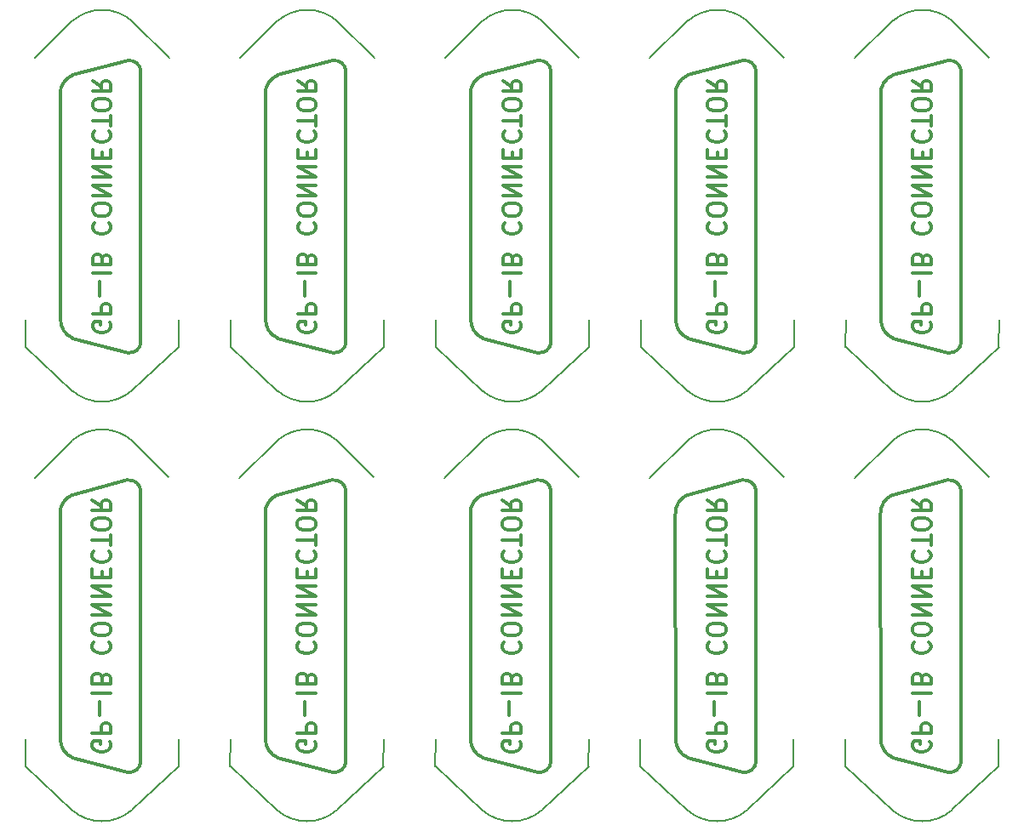
<source format=gbr>
%TF.GenerationSoftware,KiCad,Pcbnew,6.0.3-a3aad9c10e~116~ubuntu20.04.1*%
%TF.CreationDate,2022-03-20T15:04:53+01:00*%
%TF.ProjectId,10xPro_Micro_GPIB,31307850-726f-45f4-9d69-63726f5f4750,rev?*%
%TF.SameCoordinates,Original*%
%TF.FileFunction,Legend,Bot*%
%TF.FilePolarity,Positive*%
%FSLAX46Y46*%
G04 Gerber Fmt 4.6, Leading zero omitted, Abs format (unit mm)*
G04 Created by KiCad (PCBNEW 6.0.3-a3aad9c10e~116~ubuntu20.04.1) date 2022-03-20 15:04:53*
%MOMM*%
%LPD*%
G01*
G04 APERTURE LIST*
%ADD10C,0.150000*%
%ADD11C,0.300000*%
G04 APERTURE END LIST*
D10*
X60450136Y-143250225D02*
G75*
G03*
X66322383Y-143232700I2925864J3446525D01*
G01*
X132195983Y-138838500D02*
X127547783Y-143220000D01*
X91389268Y-138860732D02*
X91396228Y-136163532D01*
X116961961Y-97126132D02*
X116968921Y-94428932D01*
X111801961Y-97100732D02*
X111808921Y-94403532D01*
X86760495Y-64647278D02*
G75*
G03*
X80888216Y-64629760I-2946395J-3429022D01*
G01*
X152589268Y-138860732D02*
X152596228Y-136163532D01*
X55749268Y-138886132D02*
X55756228Y-136188932D01*
X132189268Y-138860732D02*
X132196228Y-136163532D01*
X56690936Y-68371140D02*
X60480376Y-64634600D01*
X116949268Y-138886132D02*
X116956228Y-136188932D01*
X55761961Y-97126132D02*
X55768921Y-94428932D01*
X80862835Y-101490218D02*
G75*
G03*
X86735076Y-101472700I2925865J3446518D01*
G01*
X101250136Y-143250225D02*
G75*
G03*
X107122383Y-143232700I2925864J3446525D01*
G01*
X116968676Y-97103900D02*
X121654976Y-101485400D01*
X142062835Y-101490218D02*
G75*
G03*
X147935076Y-101472700I2925865J3446518D01*
G01*
X131248243Y-110081140D02*
X127560483Y-106420000D01*
X76155983Y-138863900D02*
X80842283Y-143245400D01*
X127547796Y-106407285D02*
G75*
G03*
X121675523Y-106389760I-2946396J-3429015D01*
G01*
X55755983Y-138863900D02*
X60442283Y-143245400D01*
X91401961Y-97100732D02*
X91408921Y-94403532D01*
X70989268Y-138860732D02*
X70996228Y-136163532D01*
X138290936Y-68371140D02*
X142080376Y-64634600D01*
X96568676Y-97103900D02*
X101254976Y-101485400D01*
X117878243Y-110131140D02*
X121667683Y-106394600D01*
X151660936Y-68321140D02*
X147973176Y-64660000D01*
X86747796Y-106407285D02*
G75*
G03*
X80875523Y-106389760I-2946396J-3429015D01*
G01*
X77078243Y-110131140D02*
X80867683Y-106394600D01*
X111795983Y-138838500D02*
X107147783Y-143220000D01*
X152601961Y-97100732D02*
X152608921Y-94403532D01*
X96561961Y-97126132D02*
X96568921Y-94428932D01*
X121662835Y-101490218D02*
G75*
G03*
X127535076Y-101472700I2925865J3446518D01*
G01*
X138278243Y-110131140D02*
X142067683Y-106394600D01*
X131260936Y-68321140D02*
X127573176Y-64660000D01*
X90460936Y-68321140D02*
X86773176Y-64660000D01*
X96555983Y-138863900D02*
X101242283Y-143245400D01*
X121650136Y-143250225D02*
G75*
G03*
X127522383Y-143232700I2925864J3446525D01*
G01*
X127560495Y-64647278D02*
G75*
G03*
X121688216Y-64629760I-2946395J-3429022D01*
G01*
X76161961Y-97126132D02*
X76168921Y-94428932D01*
X107160495Y-64647278D02*
G75*
G03*
X101288216Y-64629760I-2946395J-3429022D01*
G01*
X76168676Y-97103900D02*
X80854976Y-101485400D01*
X142050136Y-143250225D02*
G75*
G03*
X147922383Y-143232700I2925864J3446525D01*
G01*
X91408676Y-97078500D02*
X86760476Y-101460000D01*
X137355983Y-138863900D02*
X142042283Y-143245400D01*
X132201961Y-97100732D02*
X132208921Y-94403532D01*
X97478243Y-110131140D02*
X101267683Y-106394600D01*
X55768676Y-97103900D02*
X60454976Y-101485400D01*
X66360495Y-64647278D02*
G75*
G03*
X60488216Y-64629760I-2946395J-3429022D01*
G01*
X76149268Y-138886132D02*
X76156228Y-136188932D01*
X147947796Y-106407285D02*
G75*
G03*
X142075523Y-106389760I-2946396J-3429015D01*
G01*
X107147796Y-106407285D02*
G75*
G03*
X101275523Y-106389760I-2946396J-3429015D01*
G01*
X137349268Y-138886132D02*
X137356228Y-136188932D01*
X91395983Y-138838500D02*
X86747783Y-143220000D01*
X101262835Y-101490218D02*
G75*
G03*
X107135076Y-101472700I2925865J3446518D01*
G01*
X110860936Y-68321140D02*
X107173176Y-64660000D01*
X56678243Y-110131140D02*
X60467683Y-106394600D01*
X90448243Y-110081140D02*
X86760483Y-106420000D01*
X137368676Y-97103900D02*
X142054976Y-101485400D01*
X137361961Y-97126132D02*
X137368921Y-94428932D01*
X80850136Y-143250225D02*
G75*
G03*
X86722383Y-143232700I2925864J3446525D01*
G01*
X117890936Y-68371140D02*
X121680376Y-64634600D01*
X70995983Y-138838500D02*
X66347783Y-143220000D01*
X70048243Y-110081140D02*
X66360483Y-106420000D01*
X151648243Y-110081140D02*
X147960483Y-106420000D01*
X111789268Y-138860732D02*
X111796228Y-136163532D01*
X71001961Y-97100732D02*
X71008921Y-94403532D01*
X111808676Y-97078500D02*
X107160476Y-101460000D01*
X132208676Y-97078500D02*
X127560476Y-101460000D01*
X152608676Y-97078500D02*
X147960476Y-101460000D01*
X116955983Y-138863900D02*
X121642283Y-143245400D01*
X152595983Y-138838500D02*
X147947783Y-143220000D01*
X110848243Y-110081140D02*
X107160483Y-106420000D01*
X96549268Y-138886132D02*
X96556228Y-136188932D01*
X97490936Y-68371140D02*
X101280376Y-64634600D01*
X71008676Y-97078500D02*
X66360476Y-101460000D01*
X66347796Y-106407285D02*
G75*
G03*
X60475523Y-106389760I-2946396J-3429015D01*
G01*
X60462835Y-101490218D02*
G75*
G03*
X66335076Y-101472700I2925865J3446518D01*
G01*
X70060936Y-68321140D02*
X66373176Y-64660000D01*
X77090936Y-68371140D02*
X80880376Y-64634600D01*
X147960495Y-64647278D02*
G75*
G03*
X142088216Y-64629760I-2946395J-3429022D01*
G01*
D11*
%TO.C,J1*%
X104959076Y-94668571D02*
X105044790Y-94840000D01*
X105044790Y-95097142D01*
X104959076Y-95354285D01*
X104787647Y-95525714D01*
X104616218Y-95611428D01*
X104273361Y-95697142D01*
X104016218Y-95697142D01*
X103673361Y-95611428D01*
X103501933Y-95525714D01*
X103330504Y-95354285D01*
X103244790Y-95097142D01*
X103244790Y-94925714D01*
X103330504Y-94668571D01*
X103416218Y-94582857D01*
X104016218Y-94582857D01*
X104016218Y-94925714D01*
X103244790Y-93811428D02*
X105044790Y-93811428D01*
X105044790Y-93125714D01*
X104959076Y-92954285D01*
X104873361Y-92868571D01*
X104701933Y-92782857D01*
X104444790Y-92782857D01*
X104273361Y-92868571D01*
X104187647Y-92954285D01*
X104101933Y-93125714D01*
X104101933Y-93811428D01*
X103930504Y-92011428D02*
X103930504Y-90640000D01*
X103244790Y-89782857D02*
X105044790Y-89782857D01*
X104187647Y-88325714D02*
X104101933Y-88068571D01*
X104016218Y-87982857D01*
X103844790Y-87897142D01*
X103587647Y-87897142D01*
X103416218Y-87982857D01*
X103330504Y-88068571D01*
X103244790Y-88240000D01*
X103244790Y-88925714D01*
X105044790Y-88925714D01*
X105044790Y-88325714D01*
X104959076Y-88154285D01*
X104873361Y-88068571D01*
X104701933Y-87982857D01*
X104530504Y-87982857D01*
X104359076Y-88068571D01*
X104273361Y-88154285D01*
X104187647Y-88325714D01*
X104187647Y-88925714D01*
X103416218Y-84725714D02*
X103330504Y-84811428D01*
X103244790Y-85068571D01*
X103244790Y-85240000D01*
X103330504Y-85497142D01*
X103501933Y-85668571D01*
X103673361Y-85754285D01*
X104016218Y-85840000D01*
X104273361Y-85840000D01*
X104616218Y-85754285D01*
X104787647Y-85668571D01*
X104959076Y-85497142D01*
X105044790Y-85240000D01*
X105044790Y-85068571D01*
X104959076Y-84811428D01*
X104873361Y-84725714D01*
X105044790Y-83611428D02*
X105044790Y-83268571D01*
X104959076Y-83097142D01*
X104787647Y-82925714D01*
X104444790Y-82840000D01*
X103844790Y-82840000D01*
X103501933Y-82925714D01*
X103330504Y-83097142D01*
X103244790Y-83268571D01*
X103244790Y-83611428D01*
X103330504Y-83782857D01*
X103501933Y-83954285D01*
X103844790Y-84040000D01*
X104444790Y-84040000D01*
X104787647Y-83954285D01*
X104959076Y-83782857D01*
X105044790Y-83611428D01*
X103244790Y-82068571D02*
X105044790Y-82068571D01*
X103244790Y-81040000D01*
X105044790Y-81040000D01*
X103244790Y-80182857D02*
X105044790Y-80182857D01*
X103244790Y-79154285D01*
X105044790Y-79154285D01*
X104187647Y-78297142D02*
X104187647Y-77697142D01*
X103244790Y-77440000D02*
X103244790Y-78297142D01*
X105044790Y-78297142D01*
X105044790Y-77440000D01*
X103416218Y-75640000D02*
X103330504Y-75725714D01*
X103244790Y-75982857D01*
X103244790Y-76154285D01*
X103330504Y-76411428D01*
X103501933Y-76582857D01*
X103673361Y-76668571D01*
X104016218Y-76754285D01*
X104273361Y-76754285D01*
X104616218Y-76668571D01*
X104787647Y-76582857D01*
X104959076Y-76411428D01*
X105044790Y-76154285D01*
X105044790Y-75982857D01*
X104959076Y-75725714D01*
X104873361Y-75640000D01*
X105044790Y-75125714D02*
X105044790Y-74097142D01*
X103244790Y-74611428D02*
X105044790Y-74611428D01*
X105044790Y-73154285D02*
X105044790Y-72811428D01*
X104959076Y-72640000D01*
X104787647Y-72468571D01*
X104444790Y-72382857D01*
X103844790Y-72382857D01*
X103501933Y-72468571D01*
X103330504Y-72640000D01*
X103244790Y-72811428D01*
X103244790Y-73154285D01*
X103330504Y-73325714D01*
X103501933Y-73497142D01*
X103844790Y-73582857D01*
X104444790Y-73582857D01*
X104787647Y-73497142D01*
X104959076Y-73325714D01*
X105044790Y-73154285D01*
X103244790Y-70582857D02*
X104101933Y-71182857D01*
X103244790Y-71611428D02*
X105044790Y-71611428D01*
X105044790Y-70925714D01*
X104959076Y-70754285D01*
X104873361Y-70668571D01*
X104701933Y-70582857D01*
X104444790Y-70582857D01*
X104273361Y-70668571D01*
X104187647Y-70754285D01*
X104101933Y-70925714D01*
X104101933Y-71611428D01*
X64146383Y-136428571D02*
X64232097Y-136600000D01*
X64232097Y-136857142D01*
X64146383Y-137114285D01*
X63974954Y-137285714D01*
X63803525Y-137371428D01*
X63460668Y-137457142D01*
X63203525Y-137457142D01*
X62860668Y-137371428D01*
X62689240Y-137285714D01*
X62517811Y-137114285D01*
X62432097Y-136857142D01*
X62432097Y-136685714D01*
X62517811Y-136428571D01*
X62603525Y-136342857D01*
X63203525Y-136342857D01*
X63203525Y-136685714D01*
X62432097Y-135571428D02*
X64232097Y-135571428D01*
X64232097Y-134885714D01*
X64146383Y-134714285D01*
X64060668Y-134628571D01*
X63889240Y-134542857D01*
X63632097Y-134542857D01*
X63460668Y-134628571D01*
X63374954Y-134714285D01*
X63289240Y-134885714D01*
X63289240Y-135571428D01*
X63117811Y-133771428D02*
X63117811Y-132400000D01*
X62432097Y-131542857D02*
X64232097Y-131542857D01*
X63374954Y-130085714D02*
X63289240Y-129828571D01*
X63203525Y-129742857D01*
X63032097Y-129657142D01*
X62774954Y-129657142D01*
X62603525Y-129742857D01*
X62517811Y-129828571D01*
X62432097Y-130000000D01*
X62432097Y-130685714D01*
X64232097Y-130685714D01*
X64232097Y-130085714D01*
X64146383Y-129914285D01*
X64060668Y-129828571D01*
X63889240Y-129742857D01*
X63717811Y-129742857D01*
X63546383Y-129828571D01*
X63460668Y-129914285D01*
X63374954Y-130085714D01*
X63374954Y-130685714D01*
X62603525Y-126485714D02*
X62517811Y-126571428D01*
X62432097Y-126828571D01*
X62432097Y-127000000D01*
X62517811Y-127257142D01*
X62689240Y-127428571D01*
X62860668Y-127514285D01*
X63203525Y-127600000D01*
X63460668Y-127600000D01*
X63803525Y-127514285D01*
X63974954Y-127428571D01*
X64146383Y-127257142D01*
X64232097Y-127000000D01*
X64232097Y-126828571D01*
X64146383Y-126571428D01*
X64060668Y-126485714D01*
X64232097Y-125371428D02*
X64232097Y-125028571D01*
X64146383Y-124857142D01*
X63974954Y-124685714D01*
X63632097Y-124600000D01*
X63032097Y-124600000D01*
X62689240Y-124685714D01*
X62517811Y-124857142D01*
X62432097Y-125028571D01*
X62432097Y-125371428D01*
X62517811Y-125542857D01*
X62689240Y-125714285D01*
X63032097Y-125800000D01*
X63632097Y-125800000D01*
X63974954Y-125714285D01*
X64146383Y-125542857D01*
X64232097Y-125371428D01*
X62432097Y-123828571D02*
X64232097Y-123828571D01*
X62432097Y-122800000D01*
X64232097Y-122800000D01*
X62432097Y-121942857D02*
X64232097Y-121942857D01*
X62432097Y-120914285D01*
X64232097Y-120914285D01*
X63374954Y-120057142D02*
X63374954Y-119457142D01*
X62432097Y-119200000D02*
X62432097Y-120057142D01*
X64232097Y-120057142D01*
X64232097Y-119200000D01*
X62603525Y-117400000D02*
X62517811Y-117485714D01*
X62432097Y-117742857D01*
X62432097Y-117914285D01*
X62517811Y-118171428D01*
X62689240Y-118342857D01*
X62860668Y-118428571D01*
X63203525Y-118514285D01*
X63460668Y-118514285D01*
X63803525Y-118428571D01*
X63974954Y-118342857D01*
X64146383Y-118171428D01*
X64232097Y-117914285D01*
X64232097Y-117742857D01*
X64146383Y-117485714D01*
X64060668Y-117400000D01*
X64232097Y-116885714D02*
X64232097Y-115857142D01*
X62432097Y-116371428D02*
X64232097Y-116371428D01*
X64232097Y-114914285D02*
X64232097Y-114571428D01*
X64146383Y-114400000D01*
X63974954Y-114228571D01*
X63632097Y-114142857D01*
X63032097Y-114142857D01*
X62689240Y-114228571D01*
X62517811Y-114400000D01*
X62432097Y-114571428D01*
X62432097Y-114914285D01*
X62517811Y-115085714D01*
X62689240Y-115257142D01*
X63032097Y-115342857D01*
X63632097Y-115342857D01*
X63974954Y-115257142D01*
X64146383Y-115085714D01*
X64232097Y-114914285D01*
X62432097Y-112342857D02*
X63289240Y-112942857D01*
X62432097Y-113371428D02*
X64232097Y-113371428D01*
X64232097Y-112685714D01*
X64146383Y-112514285D01*
X64060668Y-112428571D01*
X63889240Y-112342857D01*
X63632097Y-112342857D01*
X63460668Y-112428571D01*
X63374954Y-112514285D01*
X63289240Y-112685714D01*
X63289240Y-113371428D01*
X145759076Y-94668571D02*
X145844790Y-94840000D01*
X145844790Y-95097142D01*
X145759076Y-95354285D01*
X145587647Y-95525714D01*
X145416218Y-95611428D01*
X145073361Y-95697142D01*
X144816218Y-95697142D01*
X144473361Y-95611428D01*
X144301933Y-95525714D01*
X144130504Y-95354285D01*
X144044790Y-95097142D01*
X144044790Y-94925714D01*
X144130504Y-94668571D01*
X144216218Y-94582857D01*
X144816218Y-94582857D01*
X144816218Y-94925714D01*
X144044790Y-93811428D02*
X145844790Y-93811428D01*
X145844790Y-93125714D01*
X145759076Y-92954285D01*
X145673361Y-92868571D01*
X145501933Y-92782857D01*
X145244790Y-92782857D01*
X145073361Y-92868571D01*
X144987647Y-92954285D01*
X144901933Y-93125714D01*
X144901933Y-93811428D01*
X144730504Y-92011428D02*
X144730504Y-90640000D01*
X144044790Y-89782857D02*
X145844790Y-89782857D01*
X144987647Y-88325714D02*
X144901933Y-88068571D01*
X144816218Y-87982857D01*
X144644790Y-87897142D01*
X144387647Y-87897142D01*
X144216218Y-87982857D01*
X144130504Y-88068571D01*
X144044790Y-88240000D01*
X144044790Y-88925714D01*
X145844790Y-88925714D01*
X145844790Y-88325714D01*
X145759076Y-88154285D01*
X145673361Y-88068571D01*
X145501933Y-87982857D01*
X145330504Y-87982857D01*
X145159076Y-88068571D01*
X145073361Y-88154285D01*
X144987647Y-88325714D01*
X144987647Y-88925714D01*
X144216218Y-84725714D02*
X144130504Y-84811428D01*
X144044790Y-85068571D01*
X144044790Y-85240000D01*
X144130504Y-85497142D01*
X144301933Y-85668571D01*
X144473361Y-85754285D01*
X144816218Y-85840000D01*
X145073361Y-85840000D01*
X145416218Y-85754285D01*
X145587647Y-85668571D01*
X145759076Y-85497142D01*
X145844790Y-85240000D01*
X145844790Y-85068571D01*
X145759076Y-84811428D01*
X145673361Y-84725714D01*
X145844790Y-83611428D02*
X145844790Y-83268571D01*
X145759076Y-83097142D01*
X145587647Y-82925714D01*
X145244790Y-82840000D01*
X144644790Y-82840000D01*
X144301933Y-82925714D01*
X144130504Y-83097142D01*
X144044790Y-83268571D01*
X144044790Y-83611428D01*
X144130504Y-83782857D01*
X144301933Y-83954285D01*
X144644790Y-84040000D01*
X145244790Y-84040000D01*
X145587647Y-83954285D01*
X145759076Y-83782857D01*
X145844790Y-83611428D01*
X144044790Y-82068571D02*
X145844790Y-82068571D01*
X144044790Y-81040000D01*
X145844790Y-81040000D01*
X144044790Y-80182857D02*
X145844790Y-80182857D01*
X144044790Y-79154285D01*
X145844790Y-79154285D01*
X144987647Y-78297142D02*
X144987647Y-77697142D01*
X144044790Y-77440000D02*
X144044790Y-78297142D01*
X145844790Y-78297142D01*
X145844790Y-77440000D01*
X144216218Y-75640000D02*
X144130504Y-75725714D01*
X144044790Y-75982857D01*
X144044790Y-76154285D01*
X144130504Y-76411428D01*
X144301933Y-76582857D01*
X144473361Y-76668571D01*
X144816218Y-76754285D01*
X145073361Y-76754285D01*
X145416218Y-76668571D01*
X145587647Y-76582857D01*
X145759076Y-76411428D01*
X145844790Y-76154285D01*
X145844790Y-75982857D01*
X145759076Y-75725714D01*
X145673361Y-75640000D01*
X145844790Y-75125714D02*
X145844790Y-74097142D01*
X144044790Y-74611428D02*
X145844790Y-74611428D01*
X145844790Y-73154285D02*
X145844790Y-72811428D01*
X145759076Y-72640000D01*
X145587647Y-72468571D01*
X145244790Y-72382857D01*
X144644790Y-72382857D01*
X144301933Y-72468571D01*
X144130504Y-72640000D01*
X144044790Y-72811428D01*
X144044790Y-73154285D01*
X144130504Y-73325714D01*
X144301933Y-73497142D01*
X144644790Y-73582857D01*
X145244790Y-73582857D01*
X145587647Y-73497142D01*
X145759076Y-73325714D01*
X145844790Y-73154285D01*
X144044790Y-70582857D02*
X144901933Y-71182857D01*
X144044790Y-71611428D02*
X145844790Y-71611428D01*
X145844790Y-70925714D01*
X145759076Y-70754285D01*
X145673361Y-70668571D01*
X145501933Y-70582857D01*
X145244790Y-70582857D01*
X145073361Y-70668571D01*
X144987647Y-70754285D01*
X144901933Y-70925714D01*
X144901933Y-71611428D01*
X84559076Y-94668571D02*
X84644790Y-94840000D01*
X84644790Y-95097142D01*
X84559076Y-95354285D01*
X84387647Y-95525714D01*
X84216218Y-95611428D01*
X83873361Y-95697142D01*
X83616218Y-95697142D01*
X83273361Y-95611428D01*
X83101933Y-95525714D01*
X82930504Y-95354285D01*
X82844790Y-95097142D01*
X82844790Y-94925714D01*
X82930504Y-94668571D01*
X83016218Y-94582857D01*
X83616218Y-94582857D01*
X83616218Y-94925714D01*
X82844790Y-93811428D02*
X84644790Y-93811428D01*
X84644790Y-93125714D01*
X84559076Y-92954285D01*
X84473361Y-92868571D01*
X84301933Y-92782857D01*
X84044790Y-92782857D01*
X83873361Y-92868571D01*
X83787647Y-92954285D01*
X83701933Y-93125714D01*
X83701933Y-93811428D01*
X83530504Y-92011428D02*
X83530504Y-90640000D01*
X82844790Y-89782857D02*
X84644790Y-89782857D01*
X83787647Y-88325714D02*
X83701933Y-88068571D01*
X83616218Y-87982857D01*
X83444790Y-87897142D01*
X83187647Y-87897142D01*
X83016218Y-87982857D01*
X82930504Y-88068571D01*
X82844790Y-88240000D01*
X82844790Y-88925714D01*
X84644790Y-88925714D01*
X84644790Y-88325714D01*
X84559076Y-88154285D01*
X84473361Y-88068571D01*
X84301933Y-87982857D01*
X84130504Y-87982857D01*
X83959076Y-88068571D01*
X83873361Y-88154285D01*
X83787647Y-88325714D01*
X83787647Y-88925714D01*
X83016218Y-84725714D02*
X82930504Y-84811428D01*
X82844790Y-85068571D01*
X82844790Y-85240000D01*
X82930504Y-85497142D01*
X83101933Y-85668571D01*
X83273361Y-85754285D01*
X83616218Y-85840000D01*
X83873361Y-85840000D01*
X84216218Y-85754285D01*
X84387647Y-85668571D01*
X84559076Y-85497142D01*
X84644790Y-85240000D01*
X84644790Y-85068571D01*
X84559076Y-84811428D01*
X84473361Y-84725714D01*
X84644790Y-83611428D02*
X84644790Y-83268571D01*
X84559076Y-83097142D01*
X84387647Y-82925714D01*
X84044790Y-82840000D01*
X83444790Y-82840000D01*
X83101933Y-82925714D01*
X82930504Y-83097142D01*
X82844790Y-83268571D01*
X82844790Y-83611428D01*
X82930504Y-83782857D01*
X83101933Y-83954285D01*
X83444790Y-84040000D01*
X84044790Y-84040000D01*
X84387647Y-83954285D01*
X84559076Y-83782857D01*
X84644790Y-83611428D01*
X82844790Y-82068571D02*
X84644790Y-82068571D01*
X82844790Y-81040000D01*
X84644790Y-81040000D01*
X82844790Y-80182857D02*
X84644790Y-80182857D01*
X82844790Y-79154285D01*
X84644790Y-79154285D01*
X83787647Y-78297142D02*
X83787647Y-77697142D01*
X82844790Y-77440000D02*
X82844790Y-78297142D01*
X84644790Y-78297142D01*
X84644790Y-77440000D01*
X83016218Y-75640000D02*
X82930504Y-75725714D01*
X82844790Y-75982857D01*
X82844790Y-76154285D01*
X82930504Y-76411428D01*
X83101933Y-76582857D01*
X83273361Y-76668571D01*
X83616218Y-76754285D01*
X83873361Y-76754285D01*
X84216218Y-76668571D01*
X84387647Y-76582857D01*
X84559076Y-76411428D01*
X84644790Y-76154285D01*
X84644790Y-75982857D01*
X84559076Y-75725714D01*
X84473361Y-75640000D01*
X84644790Y-75125714D02*
X84644790Y-74097142D01*
X82844790Y-74611428D02*
X84644790Y-74611428D01*
X84644790Y-73154285D02*
X84644790Y-72811428D01*
X84559076Y-72640000D01*
X84387647Y-72468571D01*
X84044790Y-72382857D01*
X83444790Y-72382857D01*
X83101933Y-72468571D01*
X82930504Y-72640000D01*
X82844790Y-72811428D01*
X82844790Y-73154285D01*
X82930504Y-73325714D01*
X83101933Y-73497142D01*
X83444790Y-73582857D01*
X84044790Y-73582857D01*
X84387647Y-73497142D01*
X84559076Y-73325714D01*
X84644790Y-73154285D01*
X82844790Y-70582857D02*
X83701933Y-71182857D01*
X82844790Y-71611428D02*
X84644790Y-71611428D01*
X84644790Y-70925714D01*
X84559076Y-70754285D01*
X84473361Y-70668571D01*
X84301933Y-70582857D01*
X84044790Y-70582857D01*
X83873361Y-70668571D01*
X83787647Y-70754285D01*
X83701933Y-70925714D01*
X83701933Y-71611428D01*
X104946383Y-136428571D02*
X105032097Y-136600000D01*
X105032097Y-136857142D01*
X104946383Y-137114285D01*
X104774954Y-137285714D01*
X104603525Y-137371428D01*
X104260668Y-137457142D01*
X104003525Y-137457142D01*
X103660668Y-137371428D01*
X103489240Y-137285714D01*
X103317811Y-137114285D01*
X103232097Y-136857142D01*
X103232097Y-136685714D01*
X103317811Y-136428571D01*
X103403525Y-136342857D01*
X104003525Y-136342857D01*
X104003525Y-136685714D01*
X103232097Y-135571428D02*
X105032097Y-135571428D01*
X105032097Y-134885714D01*
X104946383Y-134714285D01*
X104860668Y-134628571D01*
X104689240Y-134542857D01*
X104432097Y-134542857D01*
X104260668Y-134628571D01*
X104174954Y-134714285D01*
X104089240Y-134885714D01*
X104089240Y-135571428D01*
X103917811Y-133771428D02*
X103917811Y-132400000D01*
X103232097Y-131542857D02*
X105032097Y-131542857D01*
X104174954Y-130085714D02*
X104089240Y-129828571D01*
X104003525Y-129742857D01*
X103832097Y-129657142D01*
X103574954Y-129657142D01*
X103403525Y-129742857D01*
X103317811Y-129828571D01*
X103232097Y-130000000D01*
X103232097Y-130685714D01*
X105032097Y-130685714D01*
X105032097Y-130085714D01*
X104946383Y-129914285D01*
X104860668Y-129828571D01*
X104689240Y-129742857D01*
X104517811Y-129742857D01*
X104346383Y-129828571D01*
X104260668Y-129914285D01*
X104174954Y-130085714D01*
X104174954Y-130685714D01*
X103403525Y-126485714D02*
X103317811Y-126571428D01*
X103232097Y-126828571D01*
X103232097Y-127000000D01*
X103317811Y-127257142D01*
X103489240Y-127428571D01*
X103660668Y-127514285D01*
X104003525Y-127600000D01*
X104260668Y-127600000D01*
X104603525Y-127514285D01*
X104774954Y-127428571D01*
X104946383Y-127257142D01*
X105032097Y-127000000D01*
X105032097Y-126828571D01*
X104946383Y-126571428D01*
X104860668Y-126485714D01*
X105032097Y-125371428D02*
X105032097Y-125028571D01*
X104946383Y-124857142D01*
X104774954Y-124685714D01*
X104432097Y-124600000D01*
X103832097Y-124600000D01*
X103489240Y-124685714D01*
X103317811Y-124857142D01*
X103232097Y-125028571D01*
X103232097Y-125371428D01*
X103317811Y-125542857D01*
X103489240Y-125714285D01*
X103832097Y-125800000D01*
X104432097Y-125800000D01*
X104774954Y-125714285D01*
X104946383Y-125542857D01*
X105032097Y-125371428D01*
X103232097Y-123828571D02*
X105032097Y-123828571D01*
X103232097Y-122800000D01*
X105032097Y-122800000D01*
X103232097Y-121942857D02*
X105032097Y-121942857D01*
X103232097Y-120914285D01*
X105032097Y-120914285D01*
X104174954Y-120057142D02*
X104174954Y-119457142D01*
X103232097Y-119200000D02*
X103232097Y-120057142D01*
X105032097Y-120057142D01*
X105032097Y-119200000D01*
X103403525Y-117400000D02*
X103317811Y-117485714D01*
X103232097Y-117742857D01*
X103232097Y-117914285D01*
X103317811Y-118171428D01*
X103489240Y-118342857D01*
X103660668Y-118428571D01*
X104003525Y-118514285D01*
X104260668Y-118514285D01*
X104603525Y-118428571D01*
X104774954Y-118342857D01*
X104946383Y-118171428D01*
X105032097Y-117914285D01*
X105032097Y-117742857D01*
X104946383Y-117485714D01*
X104860668Y-117400000D01*
X105032097Y-116885714D02*
X105032097Y-115857142D01*
X103232097Y-116371428D02*
X105032097Y-116371428D01*
X105032097Y-114914285D02*
X105032097Y-114571428D01*
X104946383Y-114400000D01*
X104774954Y-114228571D01*
X104432097Y-114142857D01*
X103832097Y-114142857D01*
X103489240Y-114228571D01*
X103317811Y-114400000D01*
X103232097Y-114571428D01*
X103232097Y-114914285D01*
X103317811Y-115085714D01*
X103489240Y-115257142D01*
X103832097Y-115342857D01*
X104432097Y-115342857D01*
X104774954Y-115257142D01*
X104946383Y-115085714D01*
X105032097Y-114914285D01*
X103232097Y-112342857D02*
X104089240Y-112942857D01*
X103232097Y-113371428D02*
X105032097Y-113371428D01*
X105032097Y-112685714D01*
X104946383Y-112514285D01*
X104860668Y-112428571D01*
X104689240Y-112342857D01*
X104432097Y-112342857D01*
X104260668Y-112428571D01*
X104174954Y-112514285D01*
X104089240Y-112685714D01*
X104089240Y-113371428D01*
X64159076Y-94668571D02*
X64244790Y-94840000D01*
X64244790Y-95097142D01*
X64159076Y-95354285D01*
X63987647Y-95525714D01*
X63816218Y-95611428D01*
X63473361Y-95697142D01*
X63216218Y-95697142D01*
X62873361Y-95611428D01*
X62701933Y-95525714D01*
X62530504Y-95354285D01*
X62444790Y-95097142D01*
X62444790Y-94925714D01*
X62530504Y-94668571D01*
X62616218Y-94582857D01*
X63216218Y-94582857D01*
X63216218Y-94925714D01*
X62444790Y-93811428D02*
X64244790Y-93811428D01*
X64244790Y-93125714D01*
X64159076Y-92954285D01*
X64073361Y-92868571D01*
X63901933Y-92782857D01*
X63644790Y-92782857D01*
X63473361Y-92868571D01*
X63387647Y-92954285D01*
X63301933Y-93125714D01*
X63301933Y-93811428D01*
X63130504Y-92011428D02*
X63130504Y-90640000D01*
X62444790Y-89782857D02*
X64244790Y-89782857D01*
X63387647Y-88325714D02*
X63301933Y-88068571D01*
X63216218Y-87982857D01*
X63044790Y-87897142D01*
X62787647Y-87897142D01*
X62616218Y-87982857D01*
X62530504Y-88068571D01*
X62444790Y-88240000D01*
X62444790Y-88925714D01*
X64244790Y-88925714D01*
X64244790Y-88325714D01*
X64159076Y-88154285D01*
X64073361Y-88068571D01*
X63901933Y-87982857D01*
X63730504Y-87982857D01*
X63559076Y-88068571D01*
X63473361Y-88154285D01*
X63387647Y-88325714D01*
X63387647Y-88925714D01*
X62616218Y-84725714D02*
X62530504Y-84811428D01*
X62444790Y-85068571D01*
X62444790Y-85240000D01*
X62530504Y-85497142D01*
X62701933Y-85668571D01*
X62873361Y-85754285D01*
X63216218Y-85840000D01*
X63473361Y-85840000D01*
X63816218Y-85754285D01*
X63987647Y-85668571D01*
X64159076Y-85497142D01*
X64244790Y-85240000D01*
X64244790Y-85068571D01*
X64159076Y-84811428D01*
X64073361Y-84725714D01*
X64244790Y-83611428D02*
X64244790Y-83268571D01*
X64159076Y-83097142D01*
X63987647Y-82925714D01*
X63644790Y-82840000D01*
X63044790Y-82840000D01*
X62701933Y-82925714D01*
X62530504Y-83097142D01*
X62444790Y-83268571D01*
X62444790Y-83611428D01*
X62530504Y-83782857D01*
X62701933Y-83954285D01*
X63044790Y-84040000D01*
X63644790Y-84040000D01*
X63987647Y-83954285D01*
X64159076Y-83782857D01*
X64244790Y-83611428D01*
X62444790Y-82068571D02*
X64244790Y-82068571D01*
X62444790Y-81040000D01*
X64244790Y-81040000D01*
X62444790Y-80182857D02*
X64244790Y-80182857D01*
X62444790Y-79154285D01*
X64244790Y-79154285D01*
X63387647Y-78297142D02*
X63387647Y-77697142D01*
X62444790Y-77440000D02*
X62444790Y-78297142D01*
X64244790Y-78297142D01*
X64244790Y-77440000D01*
X62616218Y-75640000D02*
X62530504Y-75725714D01*
X62444790Y-75982857D01*
X62444790Y-76154285D01*
X62530504Y-76411428D01*
X62701933Y-76582857D01*
X62873361Y-76668571D01*
X63216218Y-76754285D01*
X63473361Y-76754285D01*
X63816218Y-76668571D01*
X63987647Y-76582857D01*
X64159076Y-76411428D01*
X64244790Y-76154285D01*
X64244790Y-75982857D01*
X64159076Y-75725714D01*
X64073361Y-75640000D01*
X64244790Y-75125714D02*
X64244790Y-74097142D01*
X62444790Y-74611428D02*
X64244790Y-74611428D01*
X64244790Y-73154285D02*
X64244790Y-72811428D01*
X64159076Y-72640000D01*
X63987647Y-72468571D01*
X63644790Y-72382857D01*
X63044790Y-72382857D01*
X62701933Y-72468571D01*
X62530504Y-72640000D01*
X62444790Y-72811428D01*
X62444790Y-73154285D01*
X62530504Y-73325714D01*
X62701933Y-73497142D01*
X63044790Y-73582857D01*
X63644790Y-73582857D01*
X63987647Y-73497142D01*
X64159076Y-73325714D01*
X64244790Y-73154285D01*
X62444790Y-70582857D02*
X63301933Y-71182857D01*
X62444790Y-71611428D02*
X64244790Y-71611428D01*
X64244790Y-70925714D01*
X64159076Y-70754285D01*
X64073361Y-70668571D01*
X63901933Y-70582857D01*
X63644790Y-70582857D01*
X63473361Y-70668571D01*
X63387647Y-70754285D01*
X63301933Y-70925714D01*
X63301933Y-71611428D01*
X125346383Y-136428571D02*
X125432097Y-136600000D01*
X125432097Y-136857142D01*
X125346383Y-137114285D01*
X125174954Y-137285714D01*
X125003525Y-137371428D01*
X124660668Y-137457142D01*
X124403525Y-137457142D01*
X124060668Y-137371428D01*
X123889240Y-137285714D01*
X123717811Y-137114285D01*
X123632097Y-136857142D01*
X123632097Y-136685714D01*
X123717811Y-136428571D01*
X123803525Y-136342857D01*
X124403525Y-136342857D01*
X124403525Y-136685714D01*
X123632097Y-135571428D02*
X125432097Y-135571428D01*
X125432097Y-134885714D01*
X125346383Y-134714285D01*
X125260668Y-134628571D01*
X125089240Y-134542857D01*
X124832097Y-134542857D01*
X124660668Y-134628571D01*
X124574954Y-134714285D01*
X124489240Y-134885714D01*
X124489240Y-135571428D01*
X124317811Y-133771428D02*
X124317811Y-132400000D01*
X123632097Y-131542857D02*
X125432097Y-131542857D01*
X124574954Y-130085714D02*
X124489240Y-129828571D01*
X124403525Y-129742857D01*
X124232097Y-129657142D01*
X123974954Y-129657142D01*
X123803525Y-129742857D01*
X123717811Y-129828571D01*
X123632097Y-130000000D01*
X123632097Y-130685714D01*
X125432097Y-130685714D01*
X125432097Y-130085714D01*
X125346383Y-129914285D01*
X125260668Y-129828571D01*
X125089240Y-129742857D01*
X124917811Y-129742857D01*
X124746383Y-129828571D01*
X124660668Y-129914285D01*
X124574954Y-130085714D01*
X124574954Y-130685714D01*
X123803525Y-126485714D02*
X123717811Y-126571428D01*
X123632097Y-126828571D01*
X123632097Y-127000000D01*
X123717811Y-127257142D01*
X123889240Y-127428571D01*
X124060668Y-127514285D01*
X124403525Y-127600000D01*
X124660668Y-127600000D01*
X125003525Y-127514285D01*
X125174954Y-127428571D01*
X125346383Y-127257142D01*
X125432097Y-127000000D01*
X125432097Y-126828571D01*
X125346383Y-126571428D01*
X125260668Y-126485714D01*
X125432097Y-125371428D02*
X125432097Y-125028571D01*
X125346383Y-124857142D01*
X125174954Y-124685714D01*
X124832097Y-124600000D01*
X124232097Y-124600000D01*
X123889240Y-124685714D01*
X123717811Y-124857142D01*
X123632097Y-125028571D01*
X123632097Y-125371428D01*
X123717811Y-125542857D01*
X123889240Y-125714285D01*
X124232097Y-125800000D01*
X124832097Y-125800000D01*
X125174954Y-125714285D01*
X125346383Y-125542857D01*
X125432097Y-125371428D01*
X123632097Y-123828571D02*
X125432097Y-123828571D01*
X123632097Y-122800000D01*
X125432097Y-122800000D01*
X123632097Y-121942857D02*
X125432097Y-121942857D01*
X123632097Y-120914285D01*
X125432097Y-120914285D01*
X124574954Y-120057142D02*
X124574954Y-119457142D01*
X123632097Y-119200000D02*
X123632097Y-120057142D01*
X125432097Y-120057142D01*
X125432097Y-119200000D01*
X123803525Y-117400000D02*
X123717811Y-117485714D01*
X123632097Y-117742857D01*
X123632097Y-117914285D01*
X123717811Y-118171428D01*
X123889240Y-118342857D01*
X124060668Y-118428571D01*
X124403525Y-118514285D01*
X124660668Y-118514285D01*
X125003525Y-118428571D01*
X125174954Y-118342857D01*
X125346383Y-118171428D01*
X125432097Y-117914285D01*
X125432097Y-117742857D01*
X125346383Y-117485714D01*
X125260668Y-117400000D01*
X125432097Y-116885714D02*
X125432097Y-115857142D01*
X123632097Y-116371428D02*
X125432097Y-116371428D01*
X125432097Y-114914285D02*
X125432097Y-114571428D01*
X125346383Y-114400000D01*
X125174954Y-114228571D01*
X124832097Y-114142857D01*
X124232097Y-114142857D01*
X123889240Y-114228571D01*
X123717811Y-114400000D01*
X123632097Y-114571428D01*
X123632097Y-114914285D01*
X123717811Y-115085714D01*
X123889240Y-115257142D01*
X124232097Y-115342857D01*
X124832097Y-115342857D01*
X125174954Y-115257142D01*
X125346383Y-115085714D01*
X125432097Y-114914285D01*
X123632097Y-112342857D02*
X124489240Y-112942857D01*
X123632097Y-113371428D02*
X125432097Y-113371428D01*
X125432097Y-112685714D01*
X125346383Y-112514285D01*
X125260668Y-112428571D01*
X125089240Y-112342857D01*
X124832097Y-112342857D01*
X124660668Y-112428571D01*
X124574954Y-112514285D01*
X124489240Y-112685714D01*
X124489240Y-113371428D01*
X84546383Y-136428571D02*
X84632097Y-136600000D01*
X84632097Y-136857142D01*
X84546383Y-137114285D01*
X84374954Y-137285714D01*
X84203525Y-137371428D01*
X83860668Y-137457142D01*
X83603525Y-137457142D01*
X83260668Y-137371428D01*
X83089240Y-137285714D01*
X82917811Y-137114285D01*
X82832097Y-136857142D01*
X82832097Y-136685714D01*
X82917811Y-136428571D01*
X83003525Y-136342857D01*
X83603525Y-136342857D01*
X83603525Y-136685714D01*
X82832097Y-135571428D02*
X84632097Y-135571428D01*
X84632097Y-134885714D01*
X84546383Y-134714285D01*
X84460668Y-134628571D01*
X84289240Y-134542857D01*
X84032097Y-134542857D01*
X83860668Y-134628571D01*
X83774954Y-134714285D01*
X83689240Y-134885714D01*
X83689240Y-135571428D01*
X83517811Y-133771428D02*
X83517811Y-132400000D01*
X82832097Y-131542857D02*
X84632097Y-131542857D01*
X83774954Y-130085714D02*
X83689240Y-129828571D01*
X83603525Y-129742857D01*
X83432097Y-129657142D01*
X83174954Y-129657142D01*
X83003525Y-129742857D01*
X82917811Y-129828571D01*
X82832097Y-130000000D01*
X82832097Y-130685714D01*
X84632097Y-130685714D01*
X84632097Y-130085714D01*
X84546383Y-129914285D01*
X84460668Y-129828571D01*
X84289240Y-129742857D01*
X84117811Y-129742857D01*
X83946383Y-129828571D01*
X83860668Y-129914285D01*
X83774954Y-130085714D01*
X83774954Y-130685714D01*
X83003525Y-126485714D02*
X82917811Y-126571428D01*
X82832097Y-126828571D01*
X82832097Y-127000000D01*
X82917811Y-127257142D01*
X83089240Y-127428571D01*
X83260668Y-127514285D01*
X83603525Y-127600000D01*
X83860668Y-127600000D01*
X84203525Y-127514285D01*
X84374954Y-127428571D01*
X84546383Y-127257142D01*
X84632097Y-127000000D01*
X84632097Y-126828571D01*
X84546383Y-126571428D01*
X84460668Y-126485714D01*
X84632097Y-125371428D02*
X84632097Y-125028571D01*
X84546383Y-124857142D01*
X84374954Y-124685714D01*
X84032097Y-124600000D01*
X83432097Y-124600000D01*
X83089240Y-124685714D01*
X82917811Y-124857142D01*
X82832097Y-125028571D01*
X82832097Y-125371428D01*
X82917811Y-125542857D01*
X83089240Y-125714285D01*
X83432097Y-125800000D01*
X84032097Y-125800000D01*
X84374954Y-125714285D01*
X84546383Y-125542857D01*
X84632097Y-125371428D01*
X82832097Y-123828571D02*
X84632097Y-123828571D01*
X82832097Y-122800000D01*
X84632097Y-122800000D01*
X82832097Y-121942857D02*
X84632097Y-121942857D01*
X82832097Y-120914285D01*
X84632097Y-120914285D01*
X83774954Y-120057142D02*
X83774954Y-119457142D01*
X82832097Y-119200000D02*
X82832097Y-120057142D01*
X84632097Y-120057142D01*
X84632097Y-119200000D01*
X83003525Y-117400000D02*
X82917811Y-117485714D01*
X82832097Y-117742857D01*
X82832097Y-117914285D01*
X82917811Y-118171428D01*
X83089240Y-118342857D01*
X83260668Y-118428571D01*
X83603525Y-118514285D01*
X83860668Y-118514285D01*
X84203525Y-118428571D01*
X84374954Y-118342857D01*
X84546383Y-118171428D01*
X84632097Y-117914285D01*
X84632097Y-117742857D01*
X84546383Y-117485714D01*
X84460668Y-117400000D01*
X84632097Y-116885714D02*
X84632097Y-115857142D01*
X82832097Y-116371428D02*
X84632097Y-116371428D01*
X84632097Y-114914285D02*
X84632097Y-114571428D01*
X84546383Y-114400000D01*
X84374954Y-114228571D01*
X84032097Y-114142857D01*
X83432097Y-114142857D01*
X83089240Y-114228571D01*
X82917811Y-114400000D01*
X82832097Y-114571428D01*
X82832097Y-114914285D01*
X82917811Y-115085714D01*
X83089240Y-115257142D01*
X83432097Y-115342857D01*
X84032097Y-115342857D01*
X84374954Y-115257142D01*
X84546383Y-115085714D01*
X84632097Y-114914285D01*
X82832097Y-112342857D02*
X83689240Y-112942857D01*
X82832097Y-113371428D02*
X84632097Y-113371428D01*
X84632097Y-112685714D01*
X84546383Y-112514285D01*
X84460668Y-112428571D01*
X84289240Y-112342857D01*
X84032097Y-112342857D01*
X83860668Y-112428571D01*
X83774954Y-112514285D01*
X83689240Y-112685714D01*
X83689240Y-113371428D01*
X125359076Y-94668571D02*
X125444790Y-94840000D01*
X125444790Y-95097142D01*
X125359076Y-95354285D01*
X125187647Y-95525714D01*
X125016218Y-95611428D01*
X124673361Y-95697142D01*
X124416218Y-95697142D01*
X124073361Y-95611428D01*
X123901933Y-95525714D01*
X123730504Y-95354285D01*
X123644790Y-95097142D01*
X123644790Y-94925714D01*
X123730504Y-94668571D01*
X123816218Y-94582857D01*
X124416218Y-94582857D01*
X124416218Y-94925714D01*
X123644790Y-93811428D02*
X125444790Y-93811428D01*
X125444790Y-93125714D01*
X125359076Y-92954285D01*
X125273361Y-92868571D01*
X125101933Y-92782857D01*
X124844790Y-92782857D01*
X124673361Y-92868571D01*
X124587647Y-92954285D01*
X124501933Y-93125714D01*
X124501933Y-93811428D01*
X124330504Y-92011428D02*
X124330504Y-90640000D01*
X123644790Y-89782857D02*
X125444790Y-89782857D01*
X124587647Y-88325714D02*
X124501933Y-88068571D01*
X124416218Y-87982857D01*
X124244790Y-87897142D01*
X123987647Y-87897142D01*
X123816218Y-87982857D01*
X123730504Y-88068571D01*
X123644790Y-88240000D01*
X123644790Y-88925714D01*
X125444790Y-88925714D01*
X125444790Y-88325714D01*
X125359076Y-88154285D01*
X125273361Y-88068571D01*
X125101933Y-87982857D01*
X124930504Y-87982857D01*
X124759076Y-88068571D01*
X124673361Y-88154285D01*
X124587647Y-88325714D01*
X124587647Y-88925714D01*
X123816218Y-84725714D02*
X123730504Y-84811428D01*
X123644790Y-85068571D01*
X123644790Y-85240000D01*
X123730504Y-85497142D01*
X123901933Y-85668571D01*
X124073361Y-85754285D01*
X124416218Y-85840000D01*
X124673361Y-85840000D01*
X125016218Y-85754285D01*
X125187647Y-85668571D01*
X125359076Y-85497142D01*
X125444790Y-85240000D01*
X125444790Y-85068571D01*
X125359076Y-84811428D01*
X125273361Y-84725714D01*
X125444790Y-83611428D02*
X125444790Y-83268571D01*
X125359076Y-83097142D01*
X125187647Y-82925714D01*
X124844790Y-82840000D01*
X124244790Y-82840000D01*
X123901933Y-82925714D01*
X123730504Y-83097142D01*
X123644790Y-83268571D01*
X123644790Y-83611428D01*
X123730504Y-83782857D01*
X123901933Y-83954285D01*
X124244790Y-84040000D01*
X124844790Y-84040000D01*
X125187647Y-83954285D01*
X125359076Y-83782857D01*
X125444790Y-83611428D01*
X123644790Y-82068571D02*
X125444790Y-82068571D01*
X123644790Y-81040000D01*
X125444790Y-81040000D01*
X123644790Y-80182857D02*
X125444790Y-80182857D01*
X123644790Y-79154285D01*
X125444790Y-79154285D01*
X124587647Y-78297142D02*
X124587647Y-77697142D01*
X123644790Y-77440000D02*
X123644790Y-78297142D01*
X125444790Y-78297142D01*
X125444790Y-77440000D01*
X123816218Y-75640000D02*
X123730504Y-75725714D01*
X123644790Y-75982857D01*
X123644790Y-76154285D01*
X123730504Y-76411428D01*
X123901933Y-76582857D01*
X124073361Y-76668571D01*
X124416218Y-76754285D01*
X124673361Y-76754285D01*
X125016218Y-76668571D01*
X125187647Y-76582857D01*
X125359076Y-76411428D01*
X125444790Y-76154285D01*
X125444790Y-75982857D01*
X125359076Y-75725714D01*
X125273361Y-75640000D01*
X125444790Y-75125714D02*
X125444790Y-74097142D01*
X123644790Y-74611428D02*
X125444790Y-74611428D01*
X125444790Y-73154285D02*
X125444790Y-72811428D01*
X125359076Y-72640000D01*
X125187647Y-72468571D01*
X124844790Y-72382857D01*
X124244790Y-72382857D01*
X123901933Y-72468571D01*
X123730504Y-72640000D01*
X123644790Y-72811428D01*
X123644790Y-73154285D01*
X123730504Y-73325714D01*
X123901933Y-73497142D01*
X124244790Y-73582857D01*
X124844790Y-73582857D01*
X125187647Y-73497142D01*
X125359076Y-73325714D01*
X125444790Y-73154285D01*
X123644790Y-70582857D02*
X124501933Y-71182857D01*
X123644790Y-71611428D02*
X125444790Y-71611428D01*
X125444790Y-70925714D01*
X125359076Y-70754285D01*
X125273361Y-70668571D01*
X125101933Y-70582857D01*
X124844790Y-70582857D01*
X124673361Y-70668571D01*
X124587647Y-70754285D01*
X124501933Y-70925714D01*
X124501933Y-71611428D01*
X145746383Y-136428571D02*
X145832097Y-136600000D01*
X145832097Y-136857142D01*
X145746383Y-137114285D01*
X145574954Y-137285714D01*
X145403525Y-137371428D01*
X145060668Y-137457142D01*
X144803525Y-137457142D01*
X144460668Y-137371428D01*
X144289240Y-137285714D01*
X144117811Y-137114285D01*
X144032097Y-136857142D01*
X144032097Y-136685714D01*
X144117811Y-136428571D01*
X144203525Y-136342857D01*
X144803525Y-136342857D01*
X144803525Y-136685714D01*
X144032097Y-135571428D02*
X145832097Y-135571428D01*
X145832097Y-134885714D01*
X145746383Y-134714285D01*
X145660668Y-134628571D01*
X145489240Y-134542857D01*
X145232097Y-134542857D01*
X145060668Y-134628571D01*
X144974954Y-134714285D01*
X144889240Y-134885714D01*
X144889240Y-135571428D01*
X144717811Y-133771428D02*
X144717811Y-132400000D01*
X144032097Y-131542857D02*
X145832097Y-131542857D01*
X144974954Y-130085714D02*
X144889240Y-129828571D01*
X144803525Y-129742857D01*
X144632097Y-129657142D01*
X144374954Y-129657142D01*
X144203525Y-129742857D01*
X144117811Y-129828571D01*
X144032097Y-130000000D01*
X144032097Y-130685714D01*
X145832097Y-130685714D01*
X145832097Y-130085714D01*
X145746383Y-129914285D01*
X145660668Y-129828571D01*
X145489240Y-129742857D01*
X145317811Y-129742857D01*
X145146383Y-129828571D01*
X145060668Y-129914285D01*
X144974954Y-130085714D01*
X144974954Y-130685714D01*
X144203525Y-126485714D02*
X144117811Y-126571428D01*
X144032097Y-126828571D01*
X144032097Y-127000000D01*
X144117811Y-127257142D01*
X144289240Y-127428571D01*
X144460668Y-127514285D01*
X144803525Y-127600000D01*
X145060668Y-127600000D01*
X145403525Y-127514285D01*
X145574954Y-127428571D01*
X145746383Y-127257142D01*
X145832097Y-127000000D01*
X145832097Y-126828571D01*
X145746383Y-126571428D01*
X145660668Y-126485714D01*
X145832097Y-125371428D02*
X145832097Y-125028571D01*
X145746383Y-124857142D01*
X145574954Y-124685714D01*
X145232097Y-124600000D01*
X144632097Y-124600000D01*
X144289240Y-124685714D01*
X144117811Y-124857142D01*
X144032097Y-125028571D01*
X144032097Y-125371428D01*
X144117811Y-125542857D01*
X144289240Y-125714285D01*
X144632097Y-125800000D01*
X145232097Y-125800000D01*
X145574954Y-125714285D01*
X145746383Y-125542857D01*
X145832097Y-125371428D01*
X144032097Y-123828571D02*
X145832097Y-123828571D01*
X144032097Y-122800000D01*
X145832097Y-122800000D01*
X144032097Y-121942857D02*
X145832097Y-121942857D01*
X144032097Y-120914285D01*
X145832097Y-120914285D01*
X144974954Y-120057142D02*
X144974954Y-119457142D01*
X144032097Y-119200000D02*
X144032097Y-120057142D01*
X145832097Y-120057142D01*
X145832097Y-119200000D01*
X144203525Y-117400000D02*
X144117811Y-117485714D01*
X144032097Y-117742857D01*
X144032097Y-117914285D01*
X144117811Y-118171428D01*
X144289240Y-118342857D01*
X144460668Y-118428571D01*
X144803525Y-118514285D01*
X145060668Y-118514285D01*
X145403525Y-118428571D01*
X145574954Y-118342857D01*
X145746383Y-118171428D01*
X145832097Y-117914285D01*
X145832097Y-117742857D01*
X145746383Y-117485714D01*
X145660668Y-117400000D01*
X145832097Y-116885714D02*
X145832097Y-115857142D01*
X144032097Y-116371428D02*
X145832097Y-116371428D01*
X145832097Y-114914285D02*
X145832097Y-114571428D01*
X145746383Y-114400000D01*
X145574954Y-114228571D01*
X145232097Y-114142857D01*
X144632097Y-114142857D01*
X144289240Y-114228571D01*
X144117811Y-114400000D01*
X144032097Y-114571428D01*
X144032097Y-114914285D01*
X144117811Y-115085714D01*
X144289240Y-115257142D01*
X144632097Y-115342857D01*
X145232097Y-115342857D01*
X145574954Y-115257142D01*
X145746383Y-115085714D01*
X145832097Y-114914285D01*
X144032097Y-112342857D02*
X144889240Y-112942857D01*
X144032097Y-113371428D02*
X145832097Y-113371428D01*
X145832097Y-112685714D01*
X145746383Y-112514285D01*
X145660668Y-112428571D01*
X145489240Y-112342857D01*
X145232097Y-112342857D01*
X145060668Y-112428571D01*
X144974954Y-112514285D01*
X144889240Y-112685714D01*
X144889240Y-113371428D01*
X101278658Y-96231067D02*
X106799495Y-97688933D01*
X108059495Y-96658933D02*
X108052216Y-69629731D01*
X101258678Y-70066887D02*
X106792216Y-68599731D01*
X100039495Y-71998933D02*
X100071301Y-94348034D01*
X100071301Y-94348034D02*
G75*
G03*
X101278658Y-96231067I1955825J-74552D01*
G01*
X108052217Y-69629731D02*
G75*
G03*
X106792216Y-68599731I-1131691J-98719D01*
G01*
X101258681Y-70066893D02*
G75*
G03*
X100039495Y-71978933I759255J-1828847D01*
G01*
X106799495Y-97688934D02*
G75*
G03*
X108059495Y-96658933I128307J1128722D01*
G01*
X60445985Y-111826887D02*
X65979523Y-110359731D01*
X60465965Y-137991067D02*
X65986802Y-139448933D01*
X59226802Y-113758933D02*
X59258608Y-136108034D01*
X67246802Y-138418933D02*
X67239523Y-111389731D01*
X60445988Y-111826893D02*
G75*
G03*
X59226802Y-113738933I759255J-1828847D01*
G01*
X67239524Y-111389731D02*
G75*
G03*
X65979523Y-110359731I-1131691J-98719D01*
G01*
X59258608Y-136108034D02*
G75*
G03*
X60465965Y-137991067I1955825J-74552D01*
G01*
X65986802Y-139448934D02*
G75*
G03*
X67246802Y-138418933I128307J1128722D01*
G01*
X142078658Y-96231067D02*
X147599495Y-97688933D01*
X142058678Y-70066887D02*
X147592216Y-68599731D01*
X140839495Y-71998933D02*
X140871301Y-94348034D01*
X148859495Y-96658933D02*
X148852216Y-69629731D01*
X142058681Y-70066893D02*
G75*
G03*
X140839495Y-71978933I759255J-1828847D01*
G01*
X147599495Y-97688934D02*
G75*
G03*
X148859495Y-96658933I128307J1128722D01*
G01*
X140871301Y-94348034D02*
G75*
G03*
X142078658Y-96231067I1955825J-74552D01*
G01*
X148852217Y-69629731D02*
G75*
G03*
X147592216Y-68599731I-1131691J-98719D01*
G01*
X87659495Y-96658933D02*
X87652216Y-69629731D01*
X79639495Y-71998933D02*
X79671301Y-94348034D01*
X80878658Y-96231067D02*
X86399495Y-97688933D01*
X80858678Y-70066887D02*
X86392216Y-68599731D01*
X86399495Y-97688934D02*
G75*
G03*
X87659495Y-96658933I128307J1128722D01*
G01*
X79671301Y-94348034D02*
G75*
G03*
X80878658Y-96231067I1955825J-74552D01*
G01*
X87652217Y-69629731D02*
G75*
G03*
X86392216Y-68599731I-1131691J-98719D01*
G01*
X80858681Y-70066893D02*
G75*
G03*
X79639495Y-71978933I759255J-1828847D01*
G01*
X100026802Y-113758933D02*
X100058608Y-136108034D01*
X101265965Y-137991067D02*
X106786802Y-139448933D01*
X101245985Y-111826887D02*
X106779523Y-110359731D01*
X108046802Y-138418933D02*
X108039523Y-111389731D01*
X106786802Y-139448934D02*
G75*
G03*
X108046802Y-138418933I128307J1128722D01*
G01*
X100058608Y-136108034D02*
G75*
G03*
X101265965Y-137991067I1955825J-74552D01*
G01*
X101245988Y-111826893D02*
G75*
G03*
X100026802Y-113738933I759255J-1828847D01*
G01*
X108039524Y-111389731D02*
G75*
G03*
X106779523Y-110359731I-1131691J-98719D01*
G01*
X59239495Y-71998933D02*
X59271301Y-94348034D01*
X60458678Y-70066887D02*
X65992216Y-68599731D01*
X60478658Y-96231067D02*
X65999495Y-97688933D01*
X67259495Y-96658933D02*
X67252216Y-69629731D01*
X59271301Y-94348034D02*
G75*
G03*
X60478658Y-96231067I1955825J-74552D01*
G01*
X60458681Y-70066893D02*
G75*
G03*
X59239495Y-71978933I759255J-1828847D01*
G01*
X67252217Y-69629731D02*
G75*
G03*
X65992216Y-68599731I-1131691J-98719D01*
G01*
X65999495Y-97688934D02*
G75*
G03*
X67259495Y-96658933I128307J1128722D01*
G01*
X121645985Y-111826887D02*
X127179523Y-110359731D01*
X120426802Y-113758933D02*
X120458608Y-136108034D01*
X121665965Y-137991067D02*
X127186802Y-139448933D01*
X128446802Y-138418933D02*
X128439523Y-111389731D01*
X128439524Y-111389731D02*
G75*
G03*
X127179523Y-110359731I-1131691J-98719D01*
G01*
X121645988Y-111826893D02*
G75*
G03*
X120426802Y-113738933I759255J-1828847D01*
G01*
X127186802Y-139448934D02*
G75*
G03*
X128446802Y-138418933I128307J1128722D01*
G01*
X120458608Y-136108034D02*
G75*
G03*
X121665965Y-137991067I1955825J-74552D01*
G01*
X79626802Y-113758933D02*
X79658608Y-136108034D01*
X87646802Y-138418933D02*
X87639523Y-111389731D01*
X80845985Y-111826887D02*
X86379523Y-110359731D01*
X80865965Y-137991067D02*
X86386802Y-139448933D01*
X80845988Y-111826893D02*
G75*
G03*
X79626802Y-113738933I759255J-1828847D01*
G01*
X87639524Y-111389731D02*
G75*
G03*
X86379523Y-110359731I-1131691J-98719D01*
G01*
X86386802Y-139448934D02*
G75*
G03*
X87646802Y-138418933I128307J1128722D01*
G01*
X79658608Y-136108034D02*
G75*
G03*
X80865965Y-137991067I1955825J-74552D01*
G01*
X128459495Y-96658933D02*
X128452216Y-69629731D01*
X121678658Y-96231067D02*
X127199495Y-97688933D01*
X120439495Y-71998933D02*
X120471301Y-94348034D01*
X121658678Y-70066887D02*
X127192216Y-68599731D01*
X120471301Y-94348034D02*
G75*
G03*
X121678658Y-96231067I1955825J-74552D01*
G01*
X128452217Y-69629731D02*
G75*
G03*
X127192216Y-68599731I-1131691J-98719D01*
G01*
X127199495Y-97688934D02*
G75*
G03*
X128459495Y-96658933I128307J1128722D01*
G01*
X121658681Y-70066893D02*
G75*
G03*
X120439495Y-71978933I759255J-1828847D01*
G01*
X142045985Y-111826887D02*
X147579523Y-110359731D01*
X142065965Y-137991067D02*
X147586802Y-139448933D01*
X148846802Y-138418933D02*
X148839523Y-111389731D01*
X140826802Y-113758933D02*
X140858608Y-136108034D01*
X140858608Y-136108034D02*
G75*
G03*
X142065965Y-137991067I1955825J-74552D01*
G01*
X142045988Y-111826893D02*
G75*
G03*
X140826802Y-113738933I759255J-1828847D01*
G01*
X147586802Y-139448934D02*
G75*
G03*
X148846802Y-138418933I128307J1128722D01*
G01*
X148839524Y-111389731D02*
G75*
G03*
X147579523Y-110359731I-1131691J-98719D01*
G01*
%TD*%
M02*

</source>
